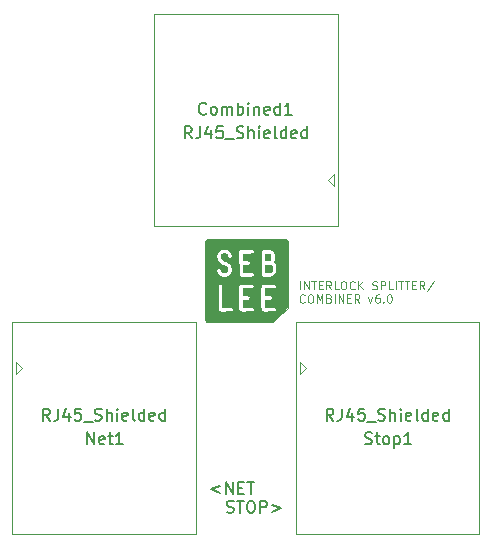
<source format=gbr>
G04 #@! TF.GenerationSoftware,KiCad,Pcbnew,(6.0.4-0)*
G04 #@! TF.CreationDate,2022-05-30T10:48:12+01:00*
G04 #@! TF.ProjectId,InterlockSplitterCombiner06,496e7465-726c-46f6-936b-53706c697474,rev?*
G04 #@! TF.SameCoordinates,Original*
G04 #@! TF.FileFunction,Legend,Top*
G04 #@! TF.FilePolarity,Positive*
%FSLAX46Y46*%
G04 Gerber Fmt 4.6, Leading zero omitted, Abs format (unit mm)*
G04 Created by KiCad (PCBNEW (6.0.4-0)) date 2022-05-30 10:48:12*
%MOMM*%
%LPD*%
G01*
G04 APERTURE LIST*
%ADD10C,0.200000*%
%ADD11C,0.100000*%
%ADD12C,0.150000*%
%ADD13C,0.120000*%
%ADD14C,0.010000*%
G04 APERTURE END LIST*
D10*
X157773809Y-86480714D02*
X157011904Y-86766428D01*
X157773809Y-87052142D01*
X158250000Y-87147380D02*
X158250000Y-86147380D01*
X158821428Y-87147380D01*
X158821428Y-86147380D01*
X159297619Y-86623571D02*
X159630952Y-86623571D01*
X159773809Y-87147380D02*
X159297619Y-87147380D01*
X159297619Y-86147380D01*
X159773809Y-86147380D01*
X160059523Y-86147380D02*
X160630952Y-86147380D01*
X160345238Y-87147380D02*
X160345238Y-86147380D01*
X158345238Y-88709761D02*
X158488095Y-88757380D01*
X158726190Y-88757380D01*
X158821428Y-88709761D01*
X158869047Y-88662142D01*
X158916666Y-88566904D01*
X158916666Y-88471666D01*
X158869047Y-88376428D01*
X158821428Y-88328809D01*
X158726190Y-88281190D01*
X158535714Y-88233571D01*
X158440476Y-88185952D01*
X158392857Y-88138333D01*
X158345238Y-88043095D01*
X158345238Y-87947857D01*
X158392857Y-87852619D01*
X158440476Y-87805000D01*
X158535714Y-87757380D01*
X158773809Y-87757380D01*
X158916666Y-87805000D01*
X159202380Y-87757380D02*
X159773809Y-87757380D01*
X159488095Y-88757380D02*
X159488095Y-87757380D01*
X160297619Y-87757380D02*
X160488095Y-87757380D01*
X160583333Y-87805000D01*
X160678571Y-87900238D01*
X160726190Y-88090714D01*
X160726190Y-88424047D01*
X160678571Y-88614523D01*
X160583333Y-88709761D01*
X160488095Y-88757380D01*
X160297619Y-88757380D01*
X160202380Y-88709761D01*
X160107142Y-88614523D01*
X160059523Y-88424047D01*
X160059523Y-88090714D01*
X160107142Y-87900238D01*
X160202380Y-87805000D01*
X160297619Y-87757380D01*
X161154761Y-88757380D02*
X161154761Y-87757380D01*
X161535714Y-87757380D01*
X161630952Y-87805000D01*
X161678571Y-87852619D01*
X161726190Y-87947857D01*
X161726190Y-88090714D01*
X161678571Y-88185952D01*
X161630952Y-88233571D01*
X161535714Y-88281190D01*
X161154761Y-88281190D01*
X162154761Y-88090714D02*
X162916666Y-88376428D01*
X162154761Y-88662142D01*
D11*
X164531666Y-69853166D02*
X164531666Y-69153166D01*
X164865000Y-69853166D02*
X164865000Y-69153166D01*
X165265000Y-69853166D01*
X165265000Y-69153166D01*
X165498333Y-69153166D02*
X165898333Y-69153166D01*
X165698333Y-69853166D02*
X165698333Y-69153166D01*
X166131666Y-69486500D02*
X166365000Y-69486500D01*
X166465000Y-69853166D02*
X166131666Y-69853166D01*
X166131666Y-69153166D01*
X166465000Y-69153166D01*
X167165000Y-69853166D02*
X166931666Y-69519833D01*
X166765000Y-69853166D02*
X166765000Y-69153166D01*
X167031666Y-69153166D01*
X167098333Y-69186500D01*
X167131666Y-69219833D01*
X167165000Y-69286500D01*
X167165000Y-69386500D01*
X167131666Y-69453166D01*
X167098333Y-69486500D01*
X167031666Y-69519833D01*
X166765000Y-69519833D01*
X167798333Y-69853166D02*
X167465000Y-69853166D01*
X167465000Y-69153166D01*
X168165000Y-69153166D02*
X168298333Y-69153166D01*
X168365000Y-69186500D01*
X168431666Y-69253166D01*
X168465000Y-69386500D01*
X168465000Y-69619833D01*
X168431666Y-69753166D01*
X168365000Y-69819833D01*
X168298333Y-69853166D01*
X168165000Y-69853166D01*
X168098333Y-69819833D01*
X168031666Y-69753166D01*
X167998333Y-69619833D01*
X167998333Y-69386500D01*
X168031666Y-69253166D01*
X168098333Y-69186500D01*
X168165000Y-69153166D01*
X169165000Y-69786500D02*
X169131666Y-69819833D01*
X169031666Y-69853166D01*
X168965000Y-69853166D01*
X168865000Y-69819833D01*
X168798333Y-69753166D01*
X168765000Y-69686500D01*
X168731666Y-69553166D01*
X168731666Y-69453166D01*
X168765000Y-69319833D01*
X168798333Y-69253166D01*
X168865000Y-69186500D01*
X168965000Y-69153166D01*
X169031666Y-69153166D01*
X169131666Y-69186500D01*
X169165000Y-69219833D01*
X169465000Y-69853166D02*
X169465000Y-69153166D01*
X169865000Y-69853166D02*
X169565000Y-69453166D01*
X169865000Y-69153166D02*
X169465000Y-69553166D01*
X170665000Y-69819833D02*
X170765000Y-69853166D01*
X170931666Y-69853166D01*
X170998333Y-69819833D01*
X171031666Y-69786500D01*
X171065000Y-69719833D01*
X171065000Y-69653166D01*
X171031666Y-69586500D01*
X170998333Y-69553166D01*
X170931666Y-69519833D01*
X170798333Y-69486500D01*
X170731666Y-69453166D01*
X170698333Y-69419833D01*
X170665000Y-69353166D01*
X170665000Y-69286500D01*
X170698333Y-69219833D01*
X170731666Y-69186500D01*
X170798333Y-69153166D01*
X170965000Y-69153166D01*
X171065000Y-69186500D01*
X171365000Y-69853166D02*
X171365000Y-69153166D01*
X171631666Y-69153166D01*
X171698333Y-69186500D01*
X171731666Y-69219833D01*
X171765000Y-69286500D01*
X171765000Y-69386500D01*
X171731666Y-69453166D01*
X171698333Y-69486500D01*
X171631666Y-69519833D01*
X171365000Y-69519833D01*
X172398333Y-69853166D02*
X172065000Y-69853166D01*
X172065000Y-69153166D01*
X172631666Y-69853166D02*
X172631666Y-69153166D01*
X172865000Y-69153166D02*
X173265000Y-69153166D01*
X173065000Y-69853166D02*
X173065000Y-69153166D01*
X173398333Y-69153166D02*
X173798333Y-69153166D01*
X173598333Y-69853166D02*
X173598333Y-69153166D01*
X174031666Y-69486500D02*
X174265000Y-69486500D01*
X174365000Y-69853166D02*
X174031666Y-69853166D01*
X174031666Y-69153166D01*
X174365000Y-69153166D01*
X175065000Y-69853166D02*
X174831666Y-69519833D01*
X174665000Y-69853166D02*
X174665000Y-69153166D01*
X174931666Y-69153166D01*
X174998333Y-69186500D01*
X175031666Y-69219833D01*
X175065000Y-69286500D01*
X175065000Y-69386500D01*
X175031666Y-69453166D01*
X174998333Y-69486500D01*
X174931666Y-69519833D01*
X174665000Y-69519833D01*
X175865000Y-69119833D02*
X175265000Y-70019833D01*
X164931666Y-70913500D02*
X164898333Y-70946833D01*
X164798333Y-70980166D01*
X164731666Y-70980166D01*
X164631666Y-70946833D01*
X164565000Y-70880166D01*
X164531666Y-70813500D01*
X164498333Y-70680166D01*
X164498333Y-70580166D01*
X164531666Y-70446833D01*
X164565000Y-70380166D01*
X164631666Y-70313500D01*
X164731666Y-70280166D01*
X164798333Y-70280166D01*
X164898333Y-70313500D01*
X164931666Y-70346833D01*
X165365000Y-70280166D02*
X165498333Y-70280166D01*
X165565000Y-70313500D01*
X165631666Y-70380166D01*
X165665000Y-70513500D01*
X165665000Y-70746833D01*
X165631666Y-70880166D01*
X165565000Y-70946833D01*
X165498333Y-70980166D01*
X165365000Y-70980166D01*
X165298333Y-70946833D01*
X165231666Y-70880166D01*
X165198333Y-70746833D01*
X165198333Y-70513500D01*
X165231666Y-70380166D01*
X165298333Y-70313500D01*
X165365000Y-70280166D01*
X165965000Y-70980166D02*
X165965000Y-70280166D01*
X166198333Y-70780166D01*
X166431666Y-70280166D01*
X166431666Y-70980166D01*
X166998333Y-70613500D02*
X167098333Y-70646833D01*
X167131666Y-70680166D01*
X167165000Y-70746833D01*
X167165000Y-70846833D01*
X167131666Y-70913500D01*
X167098333Y-70946833D01*
X167031666Y-70980166D01*
X166765000Y-70980166D01*
X166765000Y-70280166D01*
X166998333Y-70280166D01*
X167065000Y-70313500D01*
X167098333Y-70346833D01*
X167131666Y-70413500D01*
X167131666Y-70480166D01*
X167098333Y-70546833D01*
X167065000Y-70580166D01*
X166998333Y-70613500D01*
X166765000Y-70613500D01*
X167465000Y-70980166D02*
X167465000Y-70280166D01*
X167798333Y-70980166D02*
X167798333Y-70280166D01*
X168198333Y-70980166D01*
X168198333Y-70280166D01*
X168531666Y-70613500D02*
X168765000Y-70613500D01*
X168865000Y-70980166D02*
X168531666Y-70980166D01*
X168531666Y-70280166D01*
X168865000Y-70280166D01*
X169565000Y-70980166D02*
X169331666Y-70646833D01*
X169165000Y-70980166D02*
X169165000Y-70280166D01*
X169431666Y-70280166D01*
X169498333Y-70313500D01*
X169531666Y-70346833D01*
X169565000Y-70413500D01*
X169565000Y-70513500D01*
X169531666Y-70580166D01*
X169498333Y-70613500D01*
X169431666Y-70646833D01*
X169165000Y-70646833D01*
X170331666Y-70513500D02*
X170498333Y-70980166D01*
X170665000Y-70513500D01*
X171231666Y-70280166D02*
X171098333Y-70280166D01*
X171031666Y-70313500D01*
X170998333Y-70346833D01*
X170931666Y-70446833D01*
X170898333Y-70580166D01*
X170898333Y-70846833D01*
X170931666Y-70913500D01*
X170965000Y-70946833D01*
X171031666Y-70980166D01*
X171165000Y-70980166D01*
X171231666Y-70946833D01*
X171265000Y-70913500D01*
X171298333Y-70846833D01*
X171298333Y-70680166D01*
X171265000Y-70613500D01*
X171231666Y-70580166D01*
X171165000Y-70546833D01*
X171031666Y-70546833D01*
X170965000Y-70580166D01*
X170931666Y-70613500D01*
X170898333Y-70680166D01*
X171598333Y-70913500D02*
X171631666Y-70946833D01*
X171598333Y-70980166D01*
X171565000Y-70946833D01*
X171598333Y-70913500D01*
X171598333Y-70980166D01*
X172065000Y-70280166D02*
X172131666Y-70280166D01*
X172198333Y-70313500D01*
X172231666Y-70346833D01*
X172265000Y-70413500D01*
X172298333Y-70546833D01*
X172298333Y-70713500D01*
X172265000Y-70846833D01*
X172231666Y-70913500D01*
X172198333Y-70946833D01*
X172131666Y-70980166D01*
X172065000Y-70980166D01*
X171998333Y-70946833D01*
X171965000Y-70913500D01*
X171931666Y-70846833D01*
X171898333Y-70713500D01*
X171898333Y-70546833D01*
X171931666Y-70413500D01*
X171965000Y-70346833D01*
X171998333Y-70313500D01*
X172065000Y-70280166D01*
D12*
X156590476Y-54957142D02*
X156542857Y-55004761D01*
X156400000Y-55052380D01*
X156304761Y-55052380D01*
X156161904Y-55004761D01*
X156066666Y-54909523D01*
X156019047Y-54814285D01*
X155971428Y-54623809D01*
X155971428Y-54480952D01*
X156019047Y-54290476D01*
X156066666Y-54195238D01*
X156161904Y-54100000D01*
X156304761Y-54052380D01*
X156400000Y-54052380D01*
X156542857Y-54100000D01*
X156590476Y-54147619D01*
X157161904Y-55052380D02*
X157066666Y-55004761D01*
X157019047Y-54957142D01*
X156971428Y-54861904D01*
X156971428Y-54576190D01*
X157019047Y-54480952D01*
X157066666Y-54433333D01*
X157161904Y-54385714D01*
X157304761Y-54385714D01*
X157400000Y-54433333D01*
X157447619Y-54480952D01*
X157495238Y-54576190D01*
X157495238Y-54861904D01*
X157447619Y-54957142D01*
X157400000Y-55004761D01*
X157304761Y-55052380D01*
X157161904Y-55052380D01*
X157923809Y-55052380D02*
X157923809Y-54385714D01*
X157923809Y-54480952D02*
X157971428Y-54433333D01*
X158066666Y-54385714D01*
X158209523Y-54385714D01*
X158304761Y-54433333D01*
X158352380Y-54528571D01*
X158352380Y-55052380D01*
X158352380Y-54528571D02*
X158400000Y-54433333D01*
X158495238Y-54385714D01*
X158638095Y-54385714D01*
X158733333Y-54433333D01*
X158780952Y-54528571D01*
X158780952Y-55052380D01*
X159257142Y-55052380D02*
X159257142Y-54052380D01*
X159257142Y-54433333D02*
X159352380Y-54385714D01*
X159542857Y-54385714D01*
X159638095Y-54433333D01*
X159685714Y-54480952D01*
X159733333Y-54576190D01*
X159733333Y-54861904D01*
X159685714Y-54957142D01*
X159638095Y-55004761D01*
X159542857Y-55052380D01*
X159352380Y-55052380D01*
X159257142Y-55004761D01*
X160161904Y-55052380D02*
X160161904Y-54385714D01*
X160161904Y-54052380D02*
X160114285Y-54100000D01*
X160161904Y-54147619D01*
X160209523Y-54100000D01*
X160161904Y-54052380D01*
X160161904Y-54147619D01*
X160638095Y-54385714D02*
X160638095Y-55052380D01*
X160638095Y-54480952D02*
X160685714Y-54433333D01*
X160780952Y-54385714D01*
X160923809Y-54385714D01*
X161019047Y-54433333D01*
X161066666Y-54528571D01*
X161066666Y-55052380D01*
X161923809Y-55004761D02*
X161828571Y-55052380D01*
X161638095Y-55052380D01*
X161542857Y-55004761D01*
X161495238Y-54909523D01*
X161495238Y-54528571D01*
X161542857Y-54433333D01*
X161638095Y-54385714D01*
X161828571Y-54385714D01*
X161923809Y-54433333D01*
X161971428Y-54528571D01*
X161971428Y-54623809D01*
X161495238Y-54719047D01*
X162828571Y-55052380D02*
X162828571Y-54052380D01*
X162828571Y-55004761D02*
X162733333Y-55052380D01*
X162542857Y-55052380D01*
X162447619Y-55004761D01*
X162400000Y-54957142D01*
X162352380Y-54861904D01*
X162352380Y-54576190D01*
X162400000Y-54480952D01*
X162447619Y-54433333D01*
X162542857Y-54385714D01*
X162733333Y-54385714D01*
X162828571Y-54433333D01*
X163828571Y-55052380D02*
X163257142Y-55052380D01*
X163542857Y-55052380D02*
X163542857Y-54052380D01*
X163447619Y-54195238D01*
X163352380Y-54290476D01*
X163257142Y-54338095D01*
X155359761Y-57052380D02*
X155026428Y-56576190D01*
X154788333Y-57052380D02*
X154788333Y-56052380D01*
X155169285Y-56052380D01*
X155264523Y-56100000D01*
X155312142Y-56147619D01*
X155359761Y-56242857D01*
X155359761Y-56385714D01*
X155312142Y-56480952D01*
X155264523Y-56528571D01*
X155169285Y-56576190D01*
X154788333Y-56576190D01*
X156074047Y-56052380D02*
X156074047Y-56766666D01*
X156026428Y-56909523D01*
X155931190Y-57004761D01*
X155788333Y-57052380D01*
X155693095Y-57052380D01*
X156978809Y-56385714D02*
X156978809Y-57052380D01*
X156740714Y-56004761D02*
X156502619Y-56719047D01*
X157121666Y-56719047D01*
X157978809Y-56052380D02*
X157502619Y-56052380D01*
X157455000Y-56528571D01*
X157502619Y-56480952D01*
X157597857Y-56433333D01*
X157835952Y-56433333D01*
X157931190Y-56480952D01*
X157978809Y-56528571D01*
X158026428Y-56623809D01*
X158026428Y-56861904D01*
X157978809Y-56957142D01*
X157931190Y-57004761D01*
X157835952Y-57052380D01*
X157597857Y-57052380D01*
X157502619Y-57004761D01*
X157455000Y-56957142D01*
X158216904Y-57147619D02*
X158978809Y-57147619D01*
X159169285Y-57004761D02*
X159312142Y-57052380D01*
X159550238Y-57052380D01*
X159645476Y-57004761D01*
X159693095Y-56957142D01*
X159740714Y-56861904D01*
X159740714Y-56766666D01*
X159693095Y-56671428D01*
X159645476Y-56623809D01*
X159550238Y-56576190D01*
X159359761Y-56528571D01*
X159264523Y-56480952D01*
X159216904Y-56433333D01*
X159169285Y-56338095D01*
X159169285Y-56242857D01*
X159216904Y-56147619D01*
X159264523Y-56100000D01*
X159359761Y-56052380D01*
X159597857Y-56052380D01*
X159740714Y-56100000D01*
X160169285Y-57052380D02*
X160169285Y-56052380D01*
X160597857Y-57052380D02*
X160597857Y-56528571D01*
X160550238Y-56433333D01*
X160455000Y-56385714D01*
X160312142Y-56385714D01*
X160216904Y-56433333D01*
X160169285Y-56480952D01*
X161074047Y-57052380D02*
X161074047Y-56385714D01*
X161074047Y-56052380D02*
X161026428Y-56100000D01*
X161074047Y-56147619D01*
X161121666Y-56100000D01*
X161074047Y-56052380D01*
X161074047Y-56147619D01*
X161931190Y-57004761D02*
X161835952Y-57052380D01*
X161645476Y-57052380D01*
X161550238Y-57004761D01*
X161502619Y-56909523D01*
X161502619Y-56528571D01*
X161550238Y-56433333D01*
X161645476Y-56385714D01*
X161835952Y-56385714D01*
X161931190Y-56433333D01*
X161978809Y-56528571D01*
X161978809Y-56623809D01*
X161502619Y-56719047D01*
X162550238Y-57052380D02*
X162455000Y-57004761D01*
X162407380Y-56909523D01*
X162407380Y-56052380D01*
X163359761Y-57052380D02*
X163359761Y-56052380D01*
X163359761Y-57004761D02*
X163264523Y-57052380D01*
X163074047Y-57052380D01*
X162978809Y-57004761D01*
X162931190Y-56957142D01*
X162883571Y-56861904D01*
X162883571Y-56576190D01*
X162931190Y-56480952D01*
X162978809Y-56433333D01*
X163074047Y-56385714D01*
X163264523Y-56385714D01*
X163359761Y-56433333D01*
X164216904Y-57004761D02*
X164121666Y-57052380D01*
X163931190Y-57052380D01*
X163835952Y-57004761D01*
X163788333Y-56909523D01*
X163788333Y-56528571D01*
X163835952Y-56433333D01*
X163931190Y-56385714D01*
X164121666Y-56385714D01*
X164216904Y-56433333D01*
X164264523Y-56528571D01*
X164264523Y-56623809D01*
X163788333Y-56719047D01*
X165121666Y-57052380D02*
X165121666Y-56052380D01*
X165121666Y-57004761D02*
X165026428Y-57052380D01*
X164835952Y-57052380D01*
X164740714Y-57004761D01*
X164693095Y-56957142D01*
X164645476Y-56861904D01*
X164645476Y-56576190D01*
X164693095Y-56480952D01*
X164740714Y-56433333D01*
X164835952Y-56385714D01*
X165026428Y-56385714D01*
X165121666Y-56433333D01*
X146523809Y-82952380D02*
X146523809Y-81952380D01*
X147095238Y-82952380D01*
X147095238Y-81952380D01*
X147952380Y-82904761D02*
X147857142Y-82952380D01*
X147666666Y-82952380D01*
X147571428Y-82904761D01*
X147523809Y-82809523D01*
X147523809Y-82428571D01*
X147571428Y-82333333D01*
X147666666Y-82285714D01*
X147857142Y-82285714D01*
X147952380Y-82333333D01*
X148000000Y-82428571D01*
X148000000Y-82523809D01*
X147523809Y-82619047D01*
X148285714Y-82285714D02*
X148666666Y-82285714D01*
X148428571Y-81952380D02*
X148428571Y-82809523D01*
X148476190Y-82904761D01*
X148571428Y-82952380D01*
X148666666Y-82952380D01*
X149523809Y-82952380D02*
X148952380Y-82952380D01*
X149238095Y-82952380D02*
X149238095Y-81952380D01*
X149142857Y-82095238D01*
X149047619Y-82190476D01*
X148952380Y-82238095D01*
X143349761Y-80952380D02*
X143016428Y-80476190D01*
X142778333Y-80952380D02*
X142778333Y-79952380D01*
X143159285Y-79952380D01*
X143254523Y-80000000D01*
X143302142Y-80047619D01*
X143349761Y-80142857D01*
X143349761Y-80285714D01*
X143302142Y-80380952D01*
X143254523Y-80428571D01*
X143159285Y-80476190D01*
X142778333Y-80476190D01*
X144064047Y-79952380D02*
X144064047Y-80666666D01*
X144016428Y-80809523D01*
X143921190Y-80904761D01*
X143778333Y-80952380D01*
X143683095Y-80952380D01*
X144968809Y-80285714D02*
X144968809Y-80952380D01*
X144730714Y-79904761D02*
X144492619Y-80619047D01*
X145111666Y-80619047D01*
X145968809Y-79952380D02*
X145492619Y-79952380D01*
X145445000Y-80428571D01*
X145492619Y-80380952D01*
X145587857Y-80333333D01*
X145825952Y-80333333D01*
X145921190Y-80380952D01*
X145968809Y-80428571D01*
X146016428Y-80523809D01*
X146016428Y-80761904D01*
X145968809Y-80857142D01*
X145921190Y-80904761D01*
X145825952Y-80952380D01*
X145587857Y-80952380D01*
X145492619Y-80904761D01*
X145445000Y-80857142D01*
X146206904Y-81047619D02*
X146968809Y-81047619D01*
X147159285Y-80904761D02*
X147302142Y-80952380D01*
X147540238Y-80952380D01*
X147635476Y-80904761D01*
X147683095Y-80857142D01*
X147730714Y-80761904D01*
X147730714Y-80666666D01*
X147683095Y-80571428D01*
X147635476Y-80523809D01*
X147540238Y-80476190D01*
X147349761Y-80428571D01*
X147254523Y-80380952D01*
X147206904Y-80333333D01*
X147159285Y-80238095D01*
X147159285Y-80142857D01*
X147206904Y-80047619D01*
X147254523Y-80000000D01*
X147349761Y-79952380D01*
X147587857Y-79952380D01*
X147730714Y-80000000D01*
X148159285Y-80952380D02*
X148159285Y-79952380D01*
X148587857Y-80952380D02*
X148587857Y-80428571D01*
X148540238Y-80333333D01*
X148445000Y-80285714D01*
X148302142Y-80285714D01*
X148206904Y-80333333D01*
X148159285Y-80380952D01*
X149064047Y-80952380D02*
X149064047Y-80285714D01*
X149064047Y-79952380D02*
X149016428Y-80000000D01*
X149064047Y-80047619D01*
X149111666Y-80000000D01*
X149064047Y-79952380D01*
X149064047Y-80047619D01*
X149921190Y-80904761D02*
X149825952Y-80952380D01*
X149635476Y-80952380D01*
X149540238Y-80904761D01*
X149492619Y-80809523D01*
X149492619Y-80428571D01*
X149540238Y-80333333D01*
X149635476Y-80285714D01*
X149825952Y-80285714D01*
X149921190Y-80333333D01*
X149968809Y-80428571D01*
X149968809Y-80523809D01*
X149492619Y-80619047D01*
X150540238Y-80952380D02*
X150445000Y-80904761D01*
X150397380Y-80809523D01*
X150397380Y-79952380D01*
X151349761Y-80952380D02*
X151349761Y-79952380D01*
X151349761Y-80904761D02*
X151254523Y-80952380D01*
X151064047Y-80952380D01*
X150968809Y-80904761D01*
X150921190Y-80857142D01*
X150873571Y-80761904D01*
X150873571Y-80476190D01*
X150921190Y-80380952D01*
X150968809Y-80333333D01*
X151064047Y-80285714D01*
X151254523Y-80285714D01*
X151349761Y-80333333D01*
X152206904Y-80904761D02*
X152111666Y-80952380D01*
X151921190Y-80952380D01*
X151825952Y-80904761D01*
X151778333Y-80809523D01*
X151778333Y-80428571D01*
X151825952Y-80333333D01*
X151921190Y-80285714D01*
X152111666Y-80285714D01*
X152206904Y-80333333D01*
X152254523Y-80428571D01*
X152254523Y-80523809D01*
X151778333Y-80619047D01*
X153111666Y-80952380D02*
X153111666Y-79952380D01*
X153111666Y-80904761D02*
X153016428Y-80952380D01*
X152825952Y-80952380D01*
X152730714Y-80904761D01*
X152683095Y-80857142D01*
X152635476Y-80761904D01*
X152635476Y-80476190D01*
X152683095Y-80380952D01*
X152730714Y-80333333D01*
X152825952Y-80285714D01*
X153016428Y-80285714D01*
X153111666Y-80333333D01*
X170047619Y-82904761D02*
X170190476Y-82952380D01*
X170428571Y-82952380D01*
X170523809Y-82904761D01*
X170571428Y-82857142D01*
X170619047Y-82761904D01*
X170619047Y-82666666D01*
X170571428Y-82571428D01*
X170523809Y-82523809D01*
X170428571Y-82476190D01*
X170238095Y-82428571D01*
X170142857Y-82380952D01*
X170095238Y-82333333D01*
X170047619Y-82238095D01*
X170047619Y-82142857D01*
X170095238Y-82047619D01*
X170142857Y-82000000D01*
X170238095Y-81952380D01*
X170476190Y-81952380D01*
X170619047Y-82000000D01*
X170904761Y-82285714D02*
X171285714Y-82285714D01*
X171047619Y-81952380D02*
X171047619Y-82809523D01*
X171095238Y-82904761D01*
X171190476Y-82952380D01*
X171285714Y-82952380D01*
X171761904Y-82952380D02*
X171666666Y-82904761D01*
X171619047Y-82857142D01*
X171571428Y-82761904D01*
X171571428Y-82476190D01*
X171619047Y-82380952D01*
X171666666Y-82333333D01*
X171761904Y-82285714D01*
X171904761Y-82285714D01*
X172000000Y-82333333D01*
X172047619Y-82380952D01*
X172095238Y-82476190D01*
X172095238Y-82761904D01*
X172047619Y-82857142D01*
X172000000Y-82904761D01*
X171904761Y-82952380D01*
X171761904Y-82952380D01*
X172523809Y-82285714D02*
X172523809Y-83285714D01*
X172523809Y-82333333D02*
X172619047Y-82285714D01*
X172809523Y-82285714D01*
X172904761Y-82333333D01*
X172952380Y-82380952D01*
X173000000Y-82476190D01*
X173000000Y-82761904D01*
X172952380Y-82857142D01*
X172904761Y-82904761D01*
X172809523Y-82952380D01*
X172619047Y-82952380D01*
X172523809Y-82904761D01*
X173952380Y-82952380D02*
X173380952Y-82952380D01*
X173666666Y-82952380D02*
X173666666Y-81952380D01*
X173571428Y-82095238D01*
X173476190Y-82190476D01*
X173380952Y-82238095D01*
X167349761Y-80952380D02*
X167016428Y-80476190D01*
X166778333Y-80952380D02*
X166778333Y-79952380D01*
X167159285Y-79952380D01*
X167254523Y-80000000D01*
X167302142Y-80047619D01*
X167349761Y-80142857D01*
X167349761Y-80285714D01*
X167302142Y-80380952D01*
X167254523Y-80428571D01*
X167159285Y-80476190D01*
X166778333Y-80476190D01*
X168064047Y-79952380D02*
X168064047Y-80666666D01*
X168016428Y-80809523D01*
X167921190Y-80904761D01*
X167778333Y-80952380D01*
X167683095Y-80952380D01*
X168968809Y-80285714D02*
X168968809Y-80952380D01*
X168730714Y-79904761D02*
X168492619Y-80619047D01*
X169111666Y-80619047D01*
X169968809Y-79952380D02*
X169492619Y-79952380D01*
X169445000Y-80428571D01*
X169492619Y-80380952D01*
X169587857Y-80333333D01*
X169825952Y-80333333D01*
X169921190Y-80380952D01*
X169968809Y-80428571D01*
X170016428Y-80523809D01*
X170016428Y-80761904D01*
X169968809Y-80857142D01*
X169921190Y-80904761D01*
X169825952Y-80952380D01*
X169587857Y-80952380D01*
X169492619Y-80904761D01*
X169445000Y-80857142D01*
X170206904Y-81047619D02*
X170968809Y-81047619D01*
X171159285Y-80904761D02*
X171302142Y-80952380D01*
X171540238Y-80952380D01*
X171635476Y-80904761D01*
X171683095Y-80857142D01*
X171730714Y-80761904D01*
X171730714Y-80666666D01*
X171683095Y-80571428D01*
X171635476Y-80523809D01*
X171540238Y-80476190D01*
X171349761Y-80428571D01*
X171254523Y-80380952D01*
X171206904Y-80333333D01*
X171159285Y-80238095D01*
X171159285Y-80142857D01*
X171206904Y-80047619D01*
X171254523Y-80000000D01*
X171349761Y-79952380D01*
X171587857Y-79952380D01*
X171730714Y-80000000D01*
X172159285Y-80952380D02*
X172159285Y-79952380D01*
X172587857Y-80952380D02*
X172587857Y-80428571D01*
X172540238Y-80333333D01*
X172445000Y-80285714D01*
X172302142Y-80285714D01*
X172206904Y-80333333D01*
X172159285Y-80380952D01*
X173064047Y-80952380D02*
X173064047Y-80285714D01*
X173064047Y-79952380D02*
X173016428Y-80000000D01*
X173064047Y-80047619D01*
X173111666Y-80000000D01*
X173064047Y-79952380D01*
X173064047Y-80047619D01*
X173921190Y-80904761D02*
X173825952Y-80952380D01*
X173635476Y-80952380D01*
X173540238Y-80904761D01*
X173492619Y-80809523D01*
X173492619Y-80428571D01*
X173540238Y-80333333D01*
X173635476Y-80285714D01*
X173825952Y-80285714D01*
X173921190Y-80333333D01*
X173968809Y-80428571D01*
X173968809Y-80523809D01*
X173492619Y-80619047D01*
X174540238Y-80952380D02*
X174445000Y-80904761D01*
X174397380Y-80809523D01*
X174397380Y-79952380D01*
X175349761Y-80952380D02*
X175349761Y-79952380D01*
X175349761Y-80904761D02*
X175254523Y-80952380D01*
X175064047Y-80952380D01*
X174968809Y-80904761D01*
X174921190Y-80857142D01*
X174873571Y-80761904D01*
X174873571Y-80476190D01*
X174921190Y-80380952D01*
X174968809Y-80333333D01*
X175064047Y-80285714D01*
X175254523Y-80285714D01*
X175349761Y-80333333D01*
X176206904Y-80904761D02*
X176111666Y-80952380D01*
X175921190Y-80952380D01*
X175825952Y-80904761D01*
X175778333Y-80809523D01*
X175778333Y-80428571D01*
X175825952Y-80333333D01*
X175921190Y-80285714D01*
X176111666Y-80285714D01*
X176206904Y-80333333D01*
X176254523Y-80428571D01*
X176254523Y-80523809D01*
X175778333Y-80619047D01*
X177111666Y-80952380D02*
X177111666Y-79952380D01*
X177111666Y-80904761D02*
X177016428Y-80952380D01*
X176825952Y-80952380D01*
X176730714Y-80904761D01*
X176683095Y-80857142D01*
X176635476Y-80761904D01*
X176635476Y-80476190D01*
X176683095Y-80380952D01*
X176730714Y-80333333D01*
X176825952Y-80285714D01*
X177016428Y-80285714D01*
X177111666Y-80333333D01*
D13*
X152195000Y-64480000D02*
X167715000Y-64480000D01*
X166900000Y-60600000D02*
X167400000Y-61100000D01*
X167715000Y-64480000D02*
X167715000Y-46520000D01*
X152195000Y-64480000D02*
X152195000Y-46520000D01*
X167400000Y-61100000D02*
X167400000Y-60100000D01*
X167400000Y-60100000D02*
X166900000Y-60600000D01*
X167715000Y-46520000D02*
X152195000Y-46520000D01*
X140500000Y-77000000D02*
X141000000Y-76500000D01*
X140185000Y-72620000D02*
X140185000Y-90580000D01*
X155705000Y-72620000D02*
X155705000Y-90580000D01*
X155705000Y-72620000D02*
X140185000Y-72620000D01*
X140500000Y-76000000D02*
X140500000Y-77000000D01*
X141000000Y-76500000D02*
X140500000Y-76000000D01*
X140185000Y-90580000D02*
X155705000Y-90580000D01*
X164185000Y-90580000D02*
X179705000Y-90580000D01*
X164500000Y-77000000D02*
X165000000Y-76500000D01*
X164500000Y-76000000D02*
X164500000Y-77000000D01*
X179705000Y-72620000D02*
X179705000Y-90580000D01*
X179705000Y-72620000D02*
X164185000Y-72620000D01*
X165000000Y-76500000D02*
X164500000Y-76000000D01*
X164185000Y-72620000D02*
X164185000Y-90580000D01*
G36*
X161774472Y-67760241D02*
G01*
X161884595Y-67761940D01*
X161969817Y-67767985D01*
X162033420Y-67781214D01*
X162078686Y-67804468D01*
X162108897Y-67840587D01*
X162127334Y-67892411D01*
X162137278Y-67962780D01*
X162142012Y-68054534D01*
X162142708Y-68078913D01*
X162143915Y-68167282D01*
X162141064Y-68232506D01*
X162132458Y-68279561D01*
X162116400Y-68313426D01*
X162091195Y-68339078D01*
X162055146Y-68361495D01*
X162044518Y-68367035D01*
X162019509Y-68377940D01*
X161990794Y-68385564D01*
X161952983Y-68390465D01*
X161900690Y-68393198D01*
X161828527Y-68394316D01*
X161778562Y-68394445D01*
X161566333Y-68394445D01*
X161566333Y-67759445D01*
X161774472Y-67760241D01*
G37*
D14*
X161774472Y-67760241D02*
X161884595Y-67761940D01*
X161969817Y-67767985D01*
X162033420Y-67781214D01*
X162078686Y-67804468D01*
X162108897Y-67840587D01*
X162127334Y-67892411D01*
X162137278Y-67962780D01*
X162142012Y-68054534D01*
X162142708Y-68078913D01*
X162143915Y-68167282D01*
X162141064Y-68232506D01*
X162132458Y-68279561D01*
X162116400Y-68313426D01*
X162091195Y-68339078D01*
X162055146Y-68361495D01*
X162044518Y-68367035D01*
X162019509Y-68377940D01*
X161990794Y-68385564D01*
X161952983Y-68390465D01*
X161900690Y-68393198D01*
X161828527Y-68394316D01*
X161778562Y-68394445D01*
X161566333Y-68394445D01*
X161566333Y-67759445D01*
X161774472Y-67760241D01*
G36*
X156500651Y-70262027D02*
G01*
X156500543Y-69964474D01*
X156500478Y-69641355D01*
X156500448Y-69291614D01*
X156500445Y-69100000D01*
X156500458Y-68736082D01*
X156500504Y-68399330D01*
X156500589Y-68088691D01*
X156500720Y-67803107D01*
X156500904Y-67541525D01*
X156501147Y-67302889D01*
X156501457Y-67086144D01*
X156501585Y-67020361D01*
X157448443Y-67020361D01*
X157453485Y-67143694D01*
X157478472Y-67264318D01*
X157523068Y-67375027D01*
X157526818Y-67382039D01*
X157554589Y-67423287D01*
X157596571Y-67474287D01*
X157645501Y-67526479D01*
X157667185Y-67547453D01*
X157713824Y-67588769D01*
X157761265Y-67625193D01*
X157815524Y-67660600D01*
X157882620Y-67698868D01*
X157968571Y-67743874D01*
X157985195Y-67752325D01*
X158091818Y-67807441D01*
X158175764Y-67853683D01*
X158240270Y-67893356D01*
X158288573Y-67928763D01*
X158323910Y-67962206D01*
X158349519Y-67995991D01*
X158363660Y-68021634D01*
X158382320Y-68068807D01*
X158389879Y-68116394D01*
X158388844Y-68174732D01*
X158373426Y-68259112D01*
X158338708Y-68324050D01*
X158283983Y-68370061D01*
X158208546Y-68397660D01*
X158111690Y-68407363D01*
X158071295Y-68406567D01*
X158007479Y-68401751D01*
X157962963Y-68392885D01*
X157928887Y-68377820D01*
X157914764Y-68368562D01*
X157864029Y-68316636D01*
X157826474Y-68245832D01*
X157808264Y-68177048D01*
X157785994Y-68112933D01*
X157745183Y-68064966D01*
X157691548Y-68034875D01*
X157630807Y-68024386D01*
X157568679Y-68035227D01*
X157510881Y-68069125D01*
X157496391Y-68082839D01*
X157461979Y-68135755D01*
X157448532Y-68202146D01*
X157455844Y-68284260D01*
X157472289Y-68349302D01*
X157519635Y-68461471D01*
X157588153Y-68562291D01*
X157673726Y-68647749D01*
X157772240Y-68713833D01*
X157879578Y-68756530D01*
X157893698Y-68760091D01*
X157952909Y-68768888D01*
X158030283Y-68773279D01*
X158116129Y-68773411D01*
X158200757Y-68769432D01*
X158274477Y-68761490D01*
X158314285Y-68753681D01*
X158434208Y-68708566D01*
X158539721Y-68639731D01*
X158628989Y-68548722D01*
X158700175Y-68437085D01*
X158707276Y-68422667D01*
X158725663Y-68382757D01*
X158738021Y-68349277D01*
X158745525Y-68314980D01*
X158749347Y-68272619D01*
X158750663Y-68214949D01*
X158750704Y-68154556D01*
X158749670Y-68074098D01*
X158746480Y-68014724D01*
X158740269Y-67969325D01*
X158730171Y-67930792D01*
X158720149Y-67903660D01*
X158666695Y-67801581D01*
X158591282Y-67707337D01*
X158492322Y-67619494D01*
X158368226Y-67536614D01*
X158236111Y-67466231D01*
X158116417Y-67405753D01*
X158021031Y-67351537D01*
X157947358Y-67301315D01*
X157892804Y-67252818D01*
X157854775Y-67203779D01*
X157830676Y-67151930D01*
X157818819Y-67101433D01*
X157816007Y-67016120D01*
X157836343Y-66944029D01*
X157873226Y-66889208D01*
X157923674Y-66842809D01*
X157980884Y-66814602D01*
X158052443Y-66801618D01*
X158101317Y-66799889D01*
X158196798Y-66807754D01*
X158270515Y-66832288D01*
X158324449Y-66874900D01*
X158360576Y-66936999D01*
X158377004Y-66996296D01*
X158400693Y-67081040D01*
X158435852Y-67141067D01*
X158484206Y-67178146D01*
X158547477Y-67194044D01*
X158570549Y-67194948D01*
X158639389Y-67182128D01*
X158694668Y-67145269D01*
X158733262Y-67086552D01*
X158736231Y-67079179D01*
X158748196Y-67043671D01*
X158752718Y-67012706D01*
X158749973Y-66975940D01*
X158740136Y-66923031D01*
X158738978Y-66917455D01*
X158699434Y-66788248D01*
X158639020Y-66676958D01*
X158558899Y-66584853D01*
X158550942Y-66579074D01*
X159322135Y-66579074D01*
X159325929Y-67612731D01*
X159326660Y-67808206D01*
X159327360Y-67977436D01*
X159328088Y-68122401D01*
X159328906Y-68245078D01*
X159329874Y-68347446D01*
X159331053Y-68431482D01*
X159332505Y-68499165D01*
X159334289Y-68552474D01*
X159336467Y-68593385D01*
X159339100Y-68623878D01*
X159342248Y-68645931D01*
X159345972Y-68661521D01*
X159350334Y-68672627D01*
X159355394Y-68681227D01*
X159358948Y-68686222D01*
X159376160Y-68708702D01*
X159393517Y-68727047D01*
X159413933Y-68741675D01*
X159440324Y-68753006D01*
X159475604Y-68761456D01*
X159522688Y-68767443D01*
X159584492Y-68771387D01*
X159663931Y-68773704D01*
X159763918Y-68774812D01*
X159887371Y-68775130D01*
X159978833Y-68775113D01*
X160111200Y-68774938D01*
X160218441Y-68774481D01*
X160303654Y-68773592D01*
X160369935Y-68772118D01*
X160420381Y-68769907D01*
X160458090Y-68766808D01*
X160486157Y-68762670D01*
X160507680Y-68757339D01*
X160525756Y-68750666D01*
X160531759Y-68748022D01*
X160586916Y-68709523D01*
X160621631Y-68657329D01*
X160635659Y-68597464D01*
X160628750Y-68535946D01*
X160600659Y-68478799D01*
X160551138Y-68432043D01*
X160544893Y-68428107D01*
X160529886Y-68420294D01*
X160511341Y-68414088D01*
X160485890Y-68409259D01*
X160450162Y-68405573D01*
X160400790Y-68402800D01*
X160334405Y-68400707D01*
X160247637Y-68399063D01*
X160137118Y-68397636D01*
X160095250Y-68397178D01*
X159689556Y-68392855D01*
X159689556Y-67759445D01*
X159925917Y-67759392D01*
X160014599Y-67759067D01*
X160079903Y-67757811D01*
X160126671Y-67755138D01*
X160159744Y-67750558D01*
X160183962Y-67743584D01*
X160204168Y-67733727D01*
X160208988Y-67730861D01*
X160257493Y-67686276D01*
X160284792Y-67628670D01*
X160289784Y-67564825D01*
X160271372Y-67501524D01*
X160251260Y-67469889D01*
X160226143Y-67442651D01*
X160196771Y-67422505D01*
X160158680Y-67408442D01*
X160107405Y-67399454D01*
X160038482Y-67394533D01*
X159947446Y-67392671D01*
X159908731Y-67392556D01*
X159689556Y-67392556D01*
X159689556Y-66814000D01*
X160067028Y-66813922D01*
X160174130Y-66813363D01*
X160272617Y-66811824D01*
X160358404Y-66809443D01*
X160427406Y-66806356D01*
X160475537Y-66802703D01*
X160496256Y-66799468D01*
X160553996Y-66771093D01*
X160600250Y-66725150D01*
X160628826Y-66669230D01*
X160635000Y-66629364D01*
X160626755Y-66579074D01*
X161198913Y-66579074D01*
X161202707Y-67612731D01*
X161203438Y-67808206D01*
X161204138Y-67977436D01*
X161204866Y-68122401D01*
X161205683Y-68245078D01*
X161206652Y-68347446D01*
X161207831Y-68431482D01*
X161209282Y-68499165D01*
X161211067Y-68552474D01*
X161213245Y-68593385D01*
X161215878Y-68623878D01*
X161219026Y-68645931D01*
X161222750Y-68661521D01*
X161227112Y-68672627D01*
X161232171Y-68681227D01*
X161235725Y-68686222D01*
X161258098Y-68713924D01*
X161282077Y-68735251D01*
X161311550Y-68751021D01*
X161350399Y-68762052D01*
X161402510Y-68769163D01*
X161471767Y-68773172D01*
X161562055Y-68774896D01*
X161658056Y-68775178D01*
X161792140Y-68773937D01*
X161899952Y-68770370D01*
X161983353Y-68764381D01*
X162044205Y-68755873D01*
X162050068Y-68754680D01*
X162170590Y-68715962D01*
X162280098Y-68654788D01*
X162374101Y-68574466D01*
X162448110Y-68478302D01*
X162464303Y-68449628D01*
X162479475Y-68419272D01*
X162490377Y-68391652D01*
X162497855Y-68361141D01*
X162502755Y-68322110D01*
X162505923Y-68268932D01*
X162508203Y-68195978D01*
X162509276Y-68150293D01*
X162510538Y-68047204D01*
X162508886Y-67965979D01*
X162503978Y-67900380D01*
X162495476Y-67844167D01*
X162491629Y-67825737D01*
X162463762Y-67733583D01*
X162424363Y-67648044D01*
X162377757Y-67577660D01*
X162351614Y-67549421D01*
X162328239Y-67524764D01*
X162323856Y-67504900D01*
X162335667Y-67476686D01*
X162336002Y-67476038D01*
X162358581Y-67415635D01*
X162376774Y-67334289D01*
X162390103Y-67239008D01*
X162398090Y-67136799D01*
X162400256Y-67034670D01*
X162396122Y-66939628D01*
X162385210Y-66858680D01*
X162379753Y-66835167D01*
X162335630Y-66716993D01*
X162271872Y-66616730D01*
X162190287Y-66536359D01*
X162092686Y-66477859D01*
X162032570Y-66455644D01*
X161998096Y-66447406D01*
X161955088Y-66441301D01*
X161899308Y-66437073D01*
X161826518Y-66434466D01*
X161732479Y-66433222D01*
X161659022Y-66433022D01*
X161547077Y-66433544D01*
X161459504Y-66435675D01*
X161392461Y-66440293D01*
X161342108Y-66448275D01*
X161304603Y-66460499D01*
X161276106Y-66477841D01*
X161252775Y-66501179D01*
X161231210Y-66530732D01*
X161198913Y-66579074D01*
X160626755Y-66579074D01*
X160622882Y-66555458D01*
X160587603Y-66495612D01*
X160554582Y-66466846D01*
X160542630Y-66459822D01*
X160527637Y-66454098D01*
X160506700Y-66449513D01*
X160476915Y-66445907D01*
X160435378Y-66443118D01*
X160379186Y-66440987D01*
X160305436Y-66439352D01*
X160211222Y-66438055D01*
X160093643Y-66436933D01*
X160000000Y-66436198D01*
X159856953Y-66435214D01*
X159739292Y-66434888D01*
X159644181Y-66435633D01*
X159568787Y-66437867D01*
X159510272Y-66442002D01*
X159465804Y-66448456D01*
X159432545Y-66457642D01*
X159407661Y-66469976D01*
X159388317Y-66485873D01*
X159371678Y-66505749D01*
X159354909Y-66530019D01*
X159354432Y-66530732D01*
X159322135Y-66579074D01*
X158550942Y-66579074D01*
X158460236Y-66513201D01*
X158344196Y-66463272D01*
X158314285Y-66454765D01*
X158228079Y-66439410D01*
X158129391Y-66432873D01*
X158028356Y-66434987D01*
X157935109Y-66445583D01*
X157866420Y-66462167D01*
X157748982Y-66516283D01*
X157645735Y-66593584D01*
X157559693Y-66691340D01*
X157499530Y-66794398D01*
X157463680Y-66901527D01*
X157448443Y-67020361D01*
X156501585Y-67020361D01*
X156501840Y-66890234D01*
X156502303Y-66714104D01*
X156502853Y-66556699D01*
X156503496Y-66416964D01*
X156504240Y-66293843D01*
X156505092Y-66186282D01*
X156506058Y-66093225D01*
X156507145Y-66013616D01*
X156508360Y-65946401D01*
X156509710Y-65890524D01*
X156511202Y-65844930D01*
X156512842Y-65808563D01*
X156514637Y-65780369D01*
X156516594Y-65759293D01*
X156518721Y-65744278D01*
X156521023Y-65734270D01*
X156522285Y-65730712D01*
X156565303Y-65657482D01*
X156626558Y-65604190D01*
X156662722Y-65584782D01*
X156669641Y-65581930D01*
X156678283Y-65579295D01*
X156689735Y-65576866D01*
X156705081Y-65574636D01*
X156725408Y-65572597D01*
X156751801Y-65570739D01*
X156785346Y-65569055D01*
X156827127Y-65567536D01*
X156878232Y-65566173D01*
X156939745Y-65564959D01*
X157012753Y-65563883D01*
X157098340Y-65562939D01*
X157197592Y-65562117D01*
X157311594Y-65561410D01*
X157441434Y-65560808D01*
X157588195Y-65560303D01*
X157752964Y-65559887D01*
X157936826Y-65559551D01*
X158140867Y-65559286D01*
X158366172Y-65559085D01*
X158613827Y-65558939D01*
X158884918Y-65558839D01*
X159180529Y-65558777D01*
X159501748Y-65558744D01*
X159849659Y-65558732D01*
X160000000Y-65558731D01*
X160359149Y-65558737D01*
X160691160Y-65558760D01*
X160997121Y-65558810D01*
X161278117Y-65558893D01*
X161535232Y-65559019D01*
X161769553Y-65559197D01*
X161982166Y-65559434D01*
X162174155Y-65559740D01*
X162346607Y-65560122D01*
X162500608Y-65560590D01*
X162637241Y-65561151D01*
X162757595Y-65561814D01*
X162862753Y-65562588D01*
X162953801Y-65563481D01*
X163031826Y-65564502D01*
X163097912Y-65565659D01*
X163153145Y-65566960D01*
X163198612Y-65568414D01*
X163235396Y-65570030D01*
X163264585Y-65571815D01*
X163287263Y-65573779D01*
X163304517Y-65575930D01*
X163317431Y-65578276D01*
X163327092Y-65580826D01*
X163334585Y-65583588D01*
X163337278Y-65584782D01*
X163408624Y-65630389D01*
X163459594Y-65693710D01*
X163477715Y-65730712D01*
X163480314Y-65739085D01*
X163482700Y-65752016D01*
X163484884Y-65770653D01*
X163486874Y-65796149D01*
X163488678Y-65829652D01*
X163490307Y-65872314D01*
X163491768Y-65925285D01*
X163493070Y-65989714D01*
X163494222Y-66066752D01*
X163495233Y-66157550D01*
X163496111Y-66263258D01*
X163496866Y-66385025D01*
X163497507Y-66524003D01*
X163498041Y-66681342D01*
X163498478Y-66858191D01*
X163498826Y-67055702D01*
X163499095Y-67275024D01*
X163499293Y-67517308D01*
X163499429Y-67783704D01*
X163499512Y-68075363D01*
X163499550Y-68393434D01*
X163499556Y-68588079D01*
X163499556Y-71393175D01*
X162875080Y-72017532D01*
X162250605Y-72641889D01*
X159484886Y-72641579D01*
X159156202Y-72641535D01*
X158854555Y-72641472D01*
X158578758Y-72641378D01*
X158327625Y-72641244D01*
X158099970Y-72641057D01*
X157894606Y-72640806D01*
X157710348Y-72640482D01*
X157546009Y-72640071D01*
X157400404Y-72639564D01*
X157272346Y-72638949D01*
X157160649Y-72638216D01*
X157064128Y-72637353D01*
X156981595Y-72636348D01*
X156911865Y-72635192D01*
X156853752Y-72633873D01*
X156806070Y-72632379D01*
X156767632Y-72630700D01*
X156737253Y-72628825D01*
X156713746Y-72626743D01*
X156695925Y-72624441D01*
X156682604Y-72621911D01*
X156672598Y-72619140D01*
X156664719Y-72616117D01*
X156662722Y-72615219D01*
X156591376Y-72569612D01*
X156540406Y-72506290D01*
X156522285Y-72469289D01*
X156519889Y-72461456D01*
X156517672Y-72449161D01*
X156515628Y-72431351D01*
X156513750Y-72406968D01*
X156512030Y-72374959D01*
X156510463Y-72334268D01*
X156509041Y-72283839D01*
X156507757Y-72222618D01*
X156506605Y-72149549D01*
X156505577Y-72063577D01*
X156504667Y-71963646D01*
X156503868Y-71848702D01*
X156503173Y-71717688D01*
X156502576Y-71569551D01*
X156502069Y-71403235D01*
X156501645Y-71217683D01*
X156501299Y-71011842D01*
X156501022Y-70784656D01*
X156501002Y-70760682D01*
X157572883Y-70760682D01*
X157572966Y-70934588D01*
X157573287Y-71084167D01*
X157573996Y-71211365D01*
X157575242Y-71318128D01*
X157577176Y-71406405D01*
X157579947Y-71478142D01*
X157583705Y-71535287D01*
X157588599Y-71579786D01*
X157594779Y-71613586D01*
X157602396Y-71638635D01*
X157611598Y-71656880D01*
X157622535Y-71670267D01*
X157635358Y-71680745D01*
X157650216Y-71690259D01*
X157660234Y-71696355D01*
X157673104Y-71703688D01*
X157687401Y-71709628D01*
X157705998Y-71714298D01*
X157731765Y-71717819D01*
X157767573Y-71720315D01*
X157816295Y-71721907D01*
X157880800Y-71722718D01*
X157963961Y-71722872D01*
X158068647Y-71722489D01*
X158197731Y-71721693D01*
X158246437Y-71721358D01*
X158785929Y-71717612D01*
X158830466Y-71673061D01*
X158867936Y-71618190D01*
X158883115Y-71556037D01*
X158877150Y-71493253D01*
X158851189Y-71436487D01*
X158806381Y-71392389D01*
X158779533Y-71378096D01*
X158758576Y-71371774D01*
X158727421Y-71366828D01*
X158682973Y-71363117D01*
X158622134Y-71360499D01*
X158541808Y-71358833D01*
X158438898Y-71357976D01*
X158335638Y-71357778D01*
X157940369Y-71357778D01*
X157936546Y-70426711D01*
X157936510Y-70417833D01*
X159308546Y-70417833D01*
X159308556Y-70559558D01*
X159308550Y-70759833D01*
X159308632Y-70933832D01*
X159308952Y-71083501D01*
X159309660Y-71210786D01*
X159310904Y-71317633D01*
X159312834Y-71405989D01*
X159315601Y-71477800D01*
X159319352Y-71535011D01*
X159324239Y-71579569D01*
X159330410Y-71613420D01*
X159338014Y-71638511D01*
X159347203Y-71656787D01*
X159358124Y-71670194D01*
X159370928Y-71680679D01*
X159385764Y-71690187D01*
X159395901Y-71696355D01*
X159408770Y-71703688D01*
X159423068Y-71709628D01*
X159441664Y-71714298D01*
X159467431Y-71717819D01*
X159503240Y-71720315D01*
X159551961Y-71721907D01*
X159616467Y-71722718D01*
X159699627Y-71722872D01*
X159804314Y-71722489D01*
X159933398Y-71721693D01*
X159982104Y-71721358D01*
X160521596Y-71717612D01*
X160566132Y-71673061D01*
X160603603Y-71618190D01*
X160618781Y-71556037D01*
X160612816Y-71493253D01*
X160586856Y-71436487D01*
X160542048Y-71392389D01*
X160515200Y-71378096D01*
X160494251Y-71371776D01*
X160463110Y-71366832D01*
X160418680Y-71363121D01*
X160357866Y-71360503D01*
X160277573Y-71358836D01*
X160174703Y-71357978D01*
X160071009Y-71357778D01*
X159675445Y-71357778D01*
X159675445Y-70724597D01*
X159921291Y-70720160D01*
X160010190Y-70718411D01*
X160075401Y-70716434D01*
X160121459Y-70713594D01*
X160152895Y-70709259D01*
X160174242Y-70702793D01*
X160190032Y-70693564D01*
X160204798Y-70680937D01*
X160205332Y-70680445D01*
X160252776Y-70620478D01*
X160274249Y-70554509D01*
X160269148Y-70486540D01*
X160242998Y-70429458D01*
X160234006Y-70417833D01*
X161185324Y-70417833D01*
X161185333Y-70559558D01*
X161185328Y-70759833D01*
X161185410Y-70933832D01*
X161185730Y-71083501D01*
X161186438Y-71210786D01*
X161187682Y-71317633D01*
X161189612Y-71405989D01*
X161192378Y-71477800D01*
X161196130Y-71535011D01*
X161201016Y-71579569D01*
X161207187Y-71613420D01*
X161214792Y-71638511D01*
X161223981Y-71656787D01*
X161234902Y-71670194D01*
X161247706Y-71680679D01*
X161262542Y-71690187D01*
X161272679Y-71696355D01*
X161285548Y-71703688D01*
X161299845Y-71709628D01*
X161318442Y-71714298D01*
X161344209Y-71717819D01*
X161380018Y-71720315D01*
X161428739Y-71721907D01*
X161493244Y-71722718D01*
X161576405Y-71722872D01*
X161681092Y-71722489D01*
X161810176Y-71721693D01*
X161858881Y-71721358D01*
X162398374Y-71717612D01*
X162442910Y-71673061D01*
X162480381Y-71618190D01*
X162495559Y-71556037D01*
X162489594Y-71493253D01*
X162463633Y-71436487D01*
X162418826Y-71392389D01*
X162391978Y-71378096D01*
X162371029Y-71371776D01*
X162339888Y-71366832D01*
X162295458Y-71363121D01*
X162234644Y-71360503D01*
X162154350Y-71358836D01*
X162051481Y-71357978D01*
X161947787Y-71357778D01*
X161552222Y-71357778D01*
X161552222Y-70724597D01*
X161798069Y-70720160D01*
X161886967Y-70718411D01*
X161952179Y-70716434D01*
X161998237Y-70713594D01*
X162029673Y-70709259D01*
X162051020Y-70702793D01*
X162066810Y-70693564D01*
X162081576Y-70680937D01*
X162082110Y-70680445D01*
X162129554Y-70620478D01*
X162151026Y-70554509D01*
X162145926Y-70486540D01*
X162119776Y-70429458D01*
X162100110Y-70404037D01*
X162076285Y-70385147D01*
X162044056Y-70371854D01*
X161999179Y-70363223D01*
X161937411Y-70358319D01*
X161854508Y-70356207D01*
X161785756Y-70355889D01*
X161552222Y-70355889D01*
X161552222Y-69763223D01*
X161959358Y-69763223D01*
X162077246Y-69763164D01*
X162170310Y-69762826D01*
X162241948Y-69761970D01*
X162295557Y-69760355D01*
X162334536Y-69757740D01*
X162362282Y-69753886D01*
X162382193Y-69748552D01*
X162397668Y-69741497D01*
X162412103Y-69732482D01*
X162414235Y-69731049D01*
X162466051Y-69683246D01*
X162492560Y-69625063D01*
X162497251Y-69579778D01*
X162486031Y-69512717D01*
X162450919Y-69458615D01*
X162414235Y-69428507D01*
X162401406Y-69420197D01*
X162388129Y-69413458D01*
X162371482Y-69408125D01*
X162348545Y-69404034D01*
X162316399Y-69401021D01*
X162272123Y-69398923D01*
X162212795Y-69397574D01*
X162135497Y-69396811D01*
X162037308Y-69396469D01*
X161915307Y-69396384D01*
X161842941Y-69396386D01*
X161706782Y-69396480D01*
X161595946Y-69396823D01*
X161507533Y-69397549D01*
X161438644Y-69398796D01*
X161386379Y-69400698D01*
X161347840Y-69403392D01*
X161320126Y-69407013D01*
X161300338Y-69411697D01*
X161285577Y-69417580D01*
X161275926Y-69422943D01*
X161259161Y-69433017D01*
X161244601Y-69442685D01*
X161232090Y-69453893D01*
X161221474Y-69468592D01*
X161212597Y-69488728D01*
X161205305Y-69516251D01*
X161199440Y-69553109D01*
X161194850Y-69601250D01*
X161191377Y-69662623D01*
X161188867Y-69739176D01*
X161187165Y-69832857D01*
X161186114Y-69945615D01*
X161185561Y-70079398D01*
X161185349Y-70236155D01*
X161185324Y-70417833D01*
X160234006Y-70417833D01*
X160223333Y-70404037D01*
X160199507Y-70385147D01*
X160167278Y-70371854D01*
X160122401Y-70363223D01*
X160060633Y-70358319D01*
X159977730Y-70356207D01*
X159908979Y-70355889D01*
X159675445Y-70355889D01*
X159675445Y-69763223D01*
X160082580Y-69763223D01*
X160200468Y-69763164D01*
X160293532Y-69762826D01*
X160365170Y-69761970D01*
X160418779Y-69760355D01*
X160457758Y-69757740D01*
X160485504Y-69753886D01*
X160505415Y-69748552D01*
X160520890Y-69741497D01*
X160535325Y-69732482D01*
X160537458Y-69731049D01*
X160589273Y-69683246D01*
X160615782Y-69625063D01*
X160620473Y-69579778D01*
X160609253Y-69512717D01*
X160574141Y-69458615D01*
X160537458Y-69428507D01*
X160524629Y-69420197D01*
X160511351Y-69413458D01*
X160494704Y-69408125D01*
X160471768Y-69404034D01*
X160439621Y-69401021D01*
X160395345Y-69398923D01*
X160336018Y-69397574D01*
X160258720Y-69396811D01*
X160160530Y-69396469D01*
X160038529Y-69396384D01*
X159966163Y-69396386D01*
X159830005Y-69396480D01*
X159719168Y-69396823D01*
X159630755Y-69397549D01*
X159561866Y-69398796D01*
X159509602Y-69400698D01*
X159471062Y-69403392D01*
X159443348Y-69407013D01*
X159423560Y-69411697D01*
X159408799Y-69417580D01*
X159399148Y-69422943D01*
X159382383Y-69433017D01*
X159367823Y-69442685D01*
X159355312Y-69453893D01*
X159344696Y-69468592D01*
X159335820Y-69488728D01*
X159328527Y-69516251D01*
X159322663Y-69553109D01*
X159318072Y-69601250D01*
X159314599Y-69662623D01*
X159312089Y-69739176D01*
X159310387Y-69832857D01*
X159309337Y-69945615D01*
X159308783Y-70079398D01*
X159308571Y-70236155D01*
X159308546Y-70417833D01*
X157936510Y-70417833D01*
X157932722Y-69495643D01*
X157888172Y-69451098D01*
X157833305Y-69413624D01*
X157771154Y-69398441D01*
X157708371Y-69404403D01*
X157651605Y-69430361D01*
X157607505Y-69475167D01*
X157593206Y-69502023D01*
X157589224Y-69515255D01*
X157585780Y-69535812D01*
X157582836Y-69565596D01*
X157580358Y-69606506D01*
X157578308Y-69660445D01*
X157576650Y-69729315D01*
X157575348Y-69815016D01*
X157574364Y-69919451D01*
X157573663Y-70044520D01*
X157573208Y-70192125D01*
X157572962Y-70364168D01*
X157572889Y-70560500D01*
X157572883Y-70760682D01*
X156501002Y-70760682D01*
X156500808Y-70535069D01*
X156500651Y-70262027D01*
G37*
X156500651Y-70262027D02*
X156500543Y-69964474D01*
X156500478Y-69641355D01*
X156500448Y-69291614D01*
X156500445Y-69100000D01*
X156500458Y-68736082D01*
X156500504Y-68399330D01*
X156500589Y-68088691D01*
X156500720Y-67803107D01*
X156500904Y-67541525D01*
X156501147Y-67302889D01*
X156501457Y-67086144D01*
X156501585Y-67020361D01*
X157448443Y-67020361D01*
X157453485Y-67143694D01*
X157478472Y-67264318D01*
X157523068Y-67375027D01*
X157526818Y-67382039D01*
X157554589Y-67423287D01*
X157596571Y-67474287D01*
X157645501Y-67526479D01*
X157667185Y-67547453D01*
X157713824Y-67588769D01*
X157761265Y-67625193D01*
X157815524Y-67660600D01*
X157882620Y-67698868D01*
X157968571Y-67743874D01*
X157985195Y-67752325D01*
X158091818Y-67807441D01*
X158175764Y-67853683D01*
X158240270Y-67893356D01*
X158288573Y-67928763D01*
X158323910Y-67962206D01*
X158349519Y-67995991D01*
X158363660Y-68021634D01*
X158382320Y-68068807D01*
X158389879Y-68116394D01*
X158388844Y-68174732D01*
X158373426Y-68259112D01*
X158338708Y-68324050D01*
X158283983Y-68370061D01*
X158208546Y-68397660D01*
X158111690Y-68407363D01*
X158071295Y-68406567D01*
X158007479Y-68401751D01*
X157962963Y-68392885D01*
X157928887Y-68377820D01*
X157914764Y-68368562D01*
X157864029Y-68316636D01*
X157826474Y-68245832D01*
X157808264Y-68177048D01*
X157785994Y-68112933D01*
X157745183Y-68064966D01*
X157691548Y-68034875D01*
X157630807Y-68024386D01*
X157568679Y-68035227D01*
X157510881Y-68069125D01*
X157496391Y-68082839D01*
X157461979Y-68135755D01*
X157448532Y-68202146D01*
X157455844Y-68284260D01*
X157472289Y-68349302D01*
X157519635Y-68461471D01*
X157588153Y-68562291D01*
X157673726Y-68647749D01*
X157772240Y-68713833D01*
X157879578Y-68756530D01*
X157893698Y-68760091D01*
X157952909Y-68768888D01*
X158030283Y-68773279D01*
X158116129Y-68773411D01*
X158200757Y-68769432D01*
X158274477Y-68761490D01*
X158314285Y-68753681D01*
X158434208Y-68708566D01*
X158539721Y-68639731D01*
X158628989Y-68548722D01*
X158700175Y-68437085D01*
X158707276Y-68422667D01*
X158725663Y-68382757D01*
X158738021Y-68349277D01*
X158745525Y-68314980D01*
X158749347Y-68272619D01*
X158750663Y-68214949D01*
X158750704Y-68154556D01*
X158749670Y-68074098D01*
X158746480Y-68014724D01*
X158740269Y-67969325D01*
X158730171Y-67930792D01*
X158720149Y-67903660D01*
X158666695Y-67801581D01*
X158591282Y-67707337D01*
X158492322Y-67619494D01*
X158368226Y-67536614D01*
X158236111Y-67466231D01*
X158116417Y-67405753D01*
X158021031Y-67351537D01*
X157947358Y-67301315D01*
X157892804Y-67252818D01*
X157854775Y-67203779D01*
X157830676Y-67151930D01*
X157818819Y-67101433D01*
X157816007Y-67016120D01*
X157836343Y-66944029D01*
X157873226Y-66889208D01*
X157923674Y-66842809D01*
X157980884Y-66814602D01*
X158052443Y-66801618D01*
X158101317Y-66799889D01*
X158196798Y-66807754D01*
X158270515Y-66832288D01*
X158324449Y-66874900D01*
X158360576Y-66936999D01*
X158377004Y-66996296D01*
X158400693Y-67081040D01*
X158435852Y-67141067D01*
X158484206Y-67178146D01*
X158547477Y-67194044D01*
X158570549Y-67194948D01*
X158639389Y-67182128D01*
X158694668Y-67145269D01*
X158733262Y-67086552D01*
X158736231Y-67079179D01*
X158748196Y-67043671D01*
X158752718Y-67012706D01*
X158749973Y-66975940D01*
X158740136Y-66923031D01*
X158738978Y-66917455D01*
X158699434Y-66788248D01*
X158639020Y-66676958D01*
X158558899Y-66584853D01*
X158550942Y-66579074D01*
X159322135Y-66579074D01*
X159325929Y-67612731D01*
X159326660Y-67808206D01*
X159327360Y-67977436D01*
X159328088Y-68122401D01*
X159328906Y-68245078D01*
X159329874Y-68347446D01*
X159331053Y-68431482D01*
X159332505Y-68499165D01*
X159334289Y-68552474D01*
X159336467Y-68593385D01*
X159339100Y-68623878D01*
X159342248Y-68645931D01*
X159345972Y-68661521D01*
X159350334Y-68672627D01*
X159355394Y-68681227D01*
X159358948Y-68686222D01*
X159376160Y-68708702D01*
X159393517Y-68727047D01*
X159413933Y-68741675D01*
X159440324Y-68753006D01*
X159475604Y-68761456D01*
X159522688Y-68767443D01*
X159584492Y-68771387D01*
X159663931Y-68773704D01*
X159763918Y-68774812D01*
X159887371Y-68775130D01*
X159978833Y-68775113D01*
X160111200Y-68774938D01*
X160218441Y-68774481D01*
X160303654Y-68773592D01*
X160369935Y-68772118D01*
X160420381Y-68769907D01*
X160458090Y-68766808D01*
X160486157Y-68762670D01*
X160507680Y-68757339D01*
X160525756Y-68750666D01*
X160531759Y-68748022D01*
X160586916Y-68709523D01*
X160621631Y-68657329D01*
X160635659Y-68597464D01*
X160628750Y-68535946D01*
X160600659Y-68478799D01*
X160551138Y-68432043D01*
X160544893Y-68428107D01*
X160529886Y-68420294D01*
X160511341Y-68414088D01*
X160485890Y-68409259D01*
X160450162Y-68405573D01*
X160400790Y-68402800D01*
X160334405Y-68400707D01*
X160247637Y-68399063D01*
X160137118Y-68397636D01*
X160095250Y-68397178D01*
X159689556Y-68392855D01*
X159689556Y-67759445D01*
X159925917Y-67759392D01*
X160014599Y-67759067D01*
X160079903Y-67757811D01*
X160126671Y-67755138D01*
X160159744Y-67750558D01*
X160183962Y-67743584D01*
X160204168Y-67733727D01*
X160208988Y-67730861D01*
X160257493Y-67686276D01*
X160284792Y-67628670D01*
X160289784Y-67564825D01*
X160271372Y-67501524D01*
X160251260Y-67469889D01*
X160226143Y-67442651D01*
X160196771Y-67422505D01*
X160158680Y-67408442D01*
X160107405Y-67399454D01*
X160038482Y-67394533D01*
X159947446Y-67392671D01*
X159908731Y-67392556D01*
X159689556Y-67392556D01*
X159689556Y-66814000D01*
X160067028Y-66813922D01*
X160174130Y-66813363D01*
X160272617Y-66811824D01*
X160358404Y-66809443D01*
X160427406Y-66806356D01*
X160475537Y-66802703D01*
X160496256Y-66799468D01*
X160553996Y-66771093D01*
X160600250Y-66725150D01*
X160628826Y-66669230D01*
X160635000Y-66629364D01*
X160626755Y-66579074D01*
X161198913Y-66579074D01*
X161202707Y-67612731D01*
X161203438Y-67808206D01*
X161204138Y-67977436D01*
X161204866Y-68122401D01*
X161205683Y-68245078D01*
X161206652Y-68347446D01*
X161207831Y-68431482D01*
X161209282Y-68499165D01*
X161211067Y-68552474D01*
X161213245Y-68593385D01*
X161215878Y-68623878D01*
X161219026Y-68645931D01*
X161222750Y-68661521D01*
X161227112Y-68672627D01*
X161232171Y-68681227D01*
X161235725Y-68686222D01*
X161258098Y-68713924D01*
X161282077Y-68735251D01*
X161311550Y-68751021D01*
X161350399Y-68762052D01*
X161402510Y-68769163D01*
X161471767Y-68773172D01*
X161562055Y-68774896D01*
X161658056Y-68775178D01*
X161792140Y-68773937D01*
X161899952Y-68770370D01*
X161983353Y-68764381D01*
X162044205Y-68755873D01*
X162050068Y-68754680D01*
X162170590Y-68715962D01*
X162280098Y-68654788D01*
X162374101Y-68574466D01*
X162448110Y-68478302D01*
X162464303Y-68449628D01*
X162479475Y-68419272D01*
X162490377Y-68391652D01*
X162497855Y-68361141D01*
X162502755Y-68322110D01*
X162505923Y-68268932D01*
X162508203Y-68195978D01*
X162509276Y-68150293D01*
X162510538Y-68047204D01*
X162508886Y-67965979D01*
X162503978Y-67900380D01*
X162495476Y-67844167D01*
X162491629Y-67825737D01*
X162463762Y-67733583D01*
X162424363Y-67648044D01*
X162377757Y-67577660D01*
X162351614Y-67549421D01*
X162328239Y-67524764D01*
X162323856Y-67504900D01*
X162335667Y-67476686D01*
X162336002Y-67476038D01*
X162358581Y-67415635D01*
X162376774Y-67334289D01*
X162390103Y-67239008D01*
X162398090Y-67136799D01*
X162400256Y-67034670D01*
X162396122Y-66939628D01*
X162385210Y-66858680D01*
X162379753Y-66835167D01*
X162335630Y-66716993D01*
X162271872Y-66616730D01*
X162190287Y-66536359D01*
X162092686Y-66477859D01*
X162032570Y-66455644D01*
X161998096Y-66447406D01*
X161955088Y-66441301D01*
X161899308Y-66437073D01*
X161826518Y-66434466D01*
X161732479Y-66433222D01*
X161659022Y-66433022D01*
X161547077Y-66433544D01*
X161459504Y-66435675D01*
X161392461Y-66440293D01*
X161342108Y-66448275D01*
X161304603Y-66460499D01*
X161276106Y-66477841D01*
X161252775Y-66501179D01*
X161231210Y-66530732D01*
X161198913Y-66579074D01*
X160626755Y-66579074D01*
X160622882Y-66555458D01*
X160587603Y-66495612D01*
X160554582Y-66466846D01*
X160542630Y-66459822D01*
X160527637Y-66454098D01*
X160506700Y-66449513D01*
X160476915Y-66445907D01*
X160435378Y-66443118D01*
X160379186Y-66440987D01*
X160305436Y-66439352D01*
X160211222Y-66438055D01*
X160093643Y-66436933D01*
X160000000Y-66436198D01*
X159856953Y-66435214D01*
X159739292Y-66434888D01*
X159644181Y-66435633D01*
X159568787Y-66437867D01*
X159510272Y-66442002D01*
X159465804Y-66448456D01*
X159432545Y-66457642D01*
X159407661Y-66469976D01*
X159388317Y-66485873D01*
X159371678Y-66505749D01*
X159354909Y-66530019D01*
X159354432Y-66530732D01*
X159322135Y-66579074D01*
X158550942Y-66579074D01*
X158460236Y-66513201D01*
X158344196Y-66463272D01*
X158314285Y-66454765D01*
X158228079Y-66439410D01*
X158129391Y-66432873D01*
X158028356Y-66434987D01*
X157935109Y-66445583D01*
X157866420Y-66462167D01*
X157748982Y-66516283D01*
X157645735Y-66593584D01*
X157559693Y-66691340D01*
X157499530Y-66794398D01*
X157463680Y-66901527D01*
X157448443Y-67020361D01*
X156501585Y-67020361D01*
X156501840Y-66890234D01*
X156502303Y-66714104D01*
X156502853Y-66556699D01*
X156503496Y-66416964D01*
X156504240Y-66293843D01*
X156505092Y-66186282D01*
X156506058Y-66093225D01*
X156507145Y-66013616D01*
X156508360Y-65946401D01*
X156509710Y-65890524D01*
X156511202Y-65844930D01*
X156512842Y-65808563D01*
X156514637Y-65780369D01*
X156516594Y-65759293D01*
X156518721Y-65744278D01*
X156521023Y-65734270D01*
X156522285Y-65730712D01*
X156565303Y-65657482D01*
X156626558Y-65604190D01*
X156662722Y-65584782D01*
X156669641Y-65581930D01*
X156678283Y-65579295D01*
X156689735Y-65576866D01*
X156705081Y-65574636D01*
X156725408Y-65572597D01*
X156751801Y-65570739D01*
X156785346Y-65569055D01*
X156827127Y-65567536D01*
X156878232Y-65566173D01*
X156939745Y-65564959D01*
X157012753Y-65563883D01*
X157098340Y-65562939D01*
X157197592Y-65562117D01*
X157311594Y-65561410D01*
X157441434Y-65560808D01*
X157588195Y-65560303D01*
X157752964Y-65559887D01*
X157936826Y-65559551D01*
X158140867Y-65559286D01*
X158366172Y-65559085D01*
X158613827Y-65558939D01*
X158884918Y-65558839D01*
X159180529Y-65558777D01*
X159501748Y-65558744D01*
X159849659Y-65558732D01*
X160000000Y-65558731D01*
X160359149Y-65558737D01*
X160691160Y-65558760D01*
X160997121Y-65558810D01*
X161278117Y-65558893D01*
X161535232Y-65559019D01*
X161769553Y-65559197D01*
X161982166Y-65559434D01*
X162174155Y-65559740D01*
X162346607Y-65560122D01*
X162500608Y-65560590D01*
X162637241Y-65561151D01*
X162757595Y-65561814D01*
X162862753Y-65562588D01*
X162953801Y-65563481D01*
X163031826Y-65564502D01*
X163097912Y-65565659D01*
X163153145Y-65566960D01*
X163198612Y-65568414D01*
X163235396Y-65570030D01*
X163264585Y-65571815D01*
X163287263Y-65573779D01*
X163304517Y-65575930D01*
X163317431Y-65578276D01*
X163327092Y-65580826D01*
X163334585Y-65583588D01*
X163337278Y-65584782D01*
X163408624Y-65630389D01*
X163459594Y-65693710D01*
X163477715Y-65730712D01*
X163480314Y-65739085D01*
X163482700Y-65752016D01*
X163484884Y-65770653D01*
X163486874Y-65796149D01*
X163488678Y-65829652D01*
X163490307Y-65872314D01*
X163491768Y-65925285D01*
X163493070Y-65989714D01*
X163494222Y-66066752D01*
X163495233Y-66157550D01*
X163496111Y-66263258D01*
X163496866Y-66385025D01*
X163497507Y-66524003D01*
X163498041Y-66681342D01*
X163498478Y-66858191D01*
X163498826Y-67055702D01*
X163499095Y-67275024D01*
X163499293Y-67517308D01*
X163499429Y-67783704D01*
X163499512Y-68075363D01*
X163499550Y-68393434D01*
X163499556Y-68588079D01*
X163499556Y-71393175D01*
X162875080Y-72017532D01*
X162250605Y-72641889D01*
X159484886Y-72641579D01*
X159156202Y-72641535D01*
X158854555Y-72641472D01*
X158578758Y-72641378D01*
X158327625Y-72641244D01*
X158099970Y-72641057D01*
X157894606Y-72640806D01*
X157710348Y-72640482D01*
X157546009Y-72640071D01*
X157400404Y-72639564D01*
X157272346Y-72638949D01*
X157160649Y-72638216D01*
X157064128Y-72637353D01*
X156981595Y-72636348D01*
X156911865Y-72635192D01*
X156853752Y-72633873D01*
X156806070Y-72632379D01*
X156767632Y-72630700D01*
X156737253Y-72628825D01*
X156713746Y-72626743D01*
X156695925Y-72624441D01*
X156682604Y-72621911D01*
X156672598Y-72619140D01*
X156664719Y-72616117D01*
X156662722Y-72615219D01*
X156591376Y-72569612D01*
X156540406Y-72506290D01*
X156522285Y-72469289D01*
X156519889Y-72461456D01*
X156517672Y-72449161D01*
X156515628Y-72431351D01*
X156513750Y-72406968D01*
X156512030Y-72374959D01*
X156510463Y-72334268D01*
X156509041Y-72283839D01*
X156507757Y-72222618D01*
X156506605Y-72149549D01*
X156505577Y-72063577D01*
X156504667Y-71963646D01*
X156503868Y-71848702D01*
X156503173Y-71717688D01*
X156502576Y-71569551D01*
X156502069Y-71403235D01*
X156501645Y-71217683D01*
X156501299Y-71011842D01*
X156501022Y-70784656D01*
X156501002Y-70760682D01*
X157572883Y-70760682D01*
X157572966Y-70934588D01*
X157573287Y-71084167D01*
X157573996Y-71211365D01*
X157575242Y-71318128D01*
X157577176Y-71406405D01*
X157579947Y-71478142D01*
X157583705Y-71535287D01*
X157588599Y-71579786D01*
X157594779Y-71613586D01*
X157602396Y-71638635D01*
X157611598Y-71656880D01*
X157622535Y-71670267D01*
X157635358Y-71680745D01*
X157650216Y-71690259D01*
X157660234Y-71696355D01*
X157673104Y-71703688D01*
X157687401Y-71709628D01*
X157705998Y-71714298D01*
X157731765Y-71717819D01*
X157767573Y-71720315D01*
X157816295Y-71721907D01*
X157880800Y-71722718D01*
X157963961Y-71722872D01*
X158068647Y-71722489D01*
X158197731Y-71721693D01*
X158246437Y-71721358D01*
X158785929Y-71717612D01*
X158830466Y-71673061D01*
X158867936Y-71618190D01*
X158883115Y-71556037D01*
X158877150Y-71493253D01*
X158851189Y-71436487D01*
X158806381Y-71392389D01*
X158779533Y-71378096D01*
X158758576Y-71371774D01*
X158727421Y-71366828D01*
X158682973Y-71363117D01*
X158622134Y-71360499D01*
X158541808Y-71358833D01*
X158438898Y-71357976D01*
X158335638Y-71357778D01*
X157940369Y-71357778D01*
X157936546Y-70426711D01*
X157936510Y-70417833D01*
X159308546Y-70417833D01*
X159308556Y-70559558D01*
X159308550Y-70759833D01*
X159308632Y-70933832D01*
X159308952Y-71083501D01*
X159309660Y-71210786D01*
X159310904Y-71317633D01*
X159312834Y-71405989D01*
X159315601Y-71477800D01*
X159319352Y-71535011D01*
X159324239Y-71579569D01*
X159330410Y-71613420D01*
X159338014Y-71638511D01*
X159347203Y-71656787D01*
X159358124Y-71670194D01*
X159370928Y-71680679D01*
X159385764Y-71690187D01*
X159395901Y-71696355D01*
X159408770Y-71703688D01*
X159423068Y-71709628D01*
X159441664Y-71714298D01*
X159467431Y-71717819D01*
X159503240Y-71720315D01*
X159551961Y-71721907D01*
X159616467Y-71722718D01*
X159699627Y-71722872D01*
X159804314Y-71722489D01*
X159933398Y-71721693D01*
X159982104Y-71721358D01*
X160521596Y-71717612D01*
X160566132Y-71673061D01*
X160603603Y-71618190D01*
X160618781Y-71556037D01*
X160612816Y-71493253D01*
X160586856Y-71436487D01*
X160542048Y-71392389D01*
X160515200Y-71378096D01*
X160494251Y-71371776D01*
X160463110Y-71366832D01*
X160418680Y-71363121D01*
X160357866Y-71360503D01*
X160277573Y-71358836D01*
X160174703Y-71357978D01*
X160071009Y-71357778D01*
X159675445Y-71357778D01*
X159675445Y-70724597D01*
X159921291Y-70720160D01*
X160010190Y-70718411D01*
X160075401Y-70716434D01*
X160121459Y-70713594D01*
X160152895Y-70709259D01*
X160174242Y-70702793D01*
X160190032Y-70693564D01*
X160204798Y-70680937D01*
X160205332Y-70680445D01*
X160252776Y-70620478D01*
X160274249Y-70554509D01*
X160269148Y-70486540D01*
X160242998Y-70429458D01*
X160234006Y-70417833D01*
X161185324Y-70417833D01*
X161185333Y-70559558D01*
X161185328Y-70759833D01*
X161185410Y-70933832D01*
X161185730Y-71083501D01*
X161186438Y-71210786D01*
X161187682Y-71317633D01*
X161189612Y-71405989D01*
X161192378Y-71477800D01*
X161196130Y-71535011D01*
X161201016Y-71579569D01*
X161207187Y-71613420D01*
X161214792Y-71638511D01*
X161223981Y-71656787D01*
X161234902Y-71670194D01*
X161247706Y-71680679D01*
X161262542Y-71690187D01*
X161272679Y-71696355D01*
X161285548Y-71703688D01*
X161299845Y-71709628D01*
X161318442Y-71714298D01*
X161344209Y-71717819D01*
X161380018Y-71720315D01*
X161428739Y-71721907D01*
X161493244Y-71722718D01*
X161576405Y-71722872D01*
X161681092Y-71722489D01*
X161810176Y-71721693D01*
X161858881Y-71721358D01*
X162398374Y-71717612D01*
X162442910Y-71673061D01*
X162480381Y-71618190D01*
X162495559Y-71556037D01*
X162489594Y-71493253D01*
X162463633Y-71436487D01*
X162418826Y-71392389D01*
X162391978Y-71378096D01*
X162371029Y-71371776D01*
X162339888Y-71366832D01*
X162295458Y-71363121D01*
X162234644Y-71360503D01*
X162154350Y-71358836D01*
X162051481Y-71357978D01*
X161947787Y-71357778D01*
X161552222Y-71357778D01*
X161552222Y-70724597D01*
X161798069Y-70720160D01*
X161886967Y-70718411D01*
X161952179Y-70716434D01*
X161998237Y-70713594D01*
X162029673Y-70709259D01*
X162051020Y-70702793D01*
X162066810Y-70693564D01*
X162081576Y-70680937D01*
X162082110Y-70680445D01*
X162129554Y-70620478D01*
X162151026Y-70554509D01*
X162145926Y-70486540D01*
X162119776Y-70429458D01*
X162100110Y-70404037D01*
X162076285Y-70385147D01*
X162044056Y-70371854D01*
X161999179Y-70363223D01*
X161937411Y-70358319D01*
X161854508Y-70356207D01*
X161785756Y-70355889D01*
X161552222Y-70355889D01*
X161552222Y-69763223D01*
X161959358Y-69763223D01*
X162077246Y-69763164D01*
X162170310Y-69762826D01*
X162241948Y-69761970D01*
X162295557Y-69760355D01*
X162334536Y-69757740D01*
X162362282Y-69753886D01*
X162382193Y-69748552D01*
X162397668Y-69741497D01*
X162412103Y-69732482D01*
X162414235Y-69731049D01*
X162466051Y-69683246D01*
X162492560Y-69625063D01*
X162497251Y-69579778D01*
X162486031Y-69512717D01*
X162450919Y-69458615D01*
X162414235Y-69428507D01*
X162401406Y-69420197D01*
X162388129Y-69413458D01*
X162371482Y-69408125D01*
X162348545Y-69404034D01*
X162316399Y-69401021D01*
X162272123Y-69398923D01*
X162212795Y-69397574D01*
X162135497Y-69396811D01*
X162037308Y-69396469D01*
X161915307Y-69396384D01*
X161842941Y-69396386D01*
X161706782Y-69396480D01*
X161595946Y-69396823D01*
X161507533Y-69397549D01*
X161438644Y-69398796D01*
X161386379Y-69400698D01*
X161347840Y-69403392D01*
X161320126Y-69407013D01*
X161300338Y-69411697D01*
X161285577Y-69417580D01*
X161275926Y-69422943D01*
X161259161Y-69433017D01*
X161244601Y-69442685D01*
X161232090Y-69453893D01*
X161221474Y-69468592D01*
X161212597Y-69488728D01*
X161205305Y-69516251D01*
X161199440Y-69553109D01*
X161194850Y-69601250D01*
X161191377Y-69662623D01*
X161188867Y-69739176D01*
X161187165Y-69832857D01*
X161186114Y-69945615D01*
X161185561Y-70079398D01*
X161185349Y-70236155D01*
X161185324Y-70417833D01*
X160234006Y-70417833D01*
X160223333Y-70404037D01*
X160199507Y-70385147D01*
X160167278Y-70371854D01*
X160122401Y-70363223D01*
X160060633Y-70358319D01*
X159977730Y-70356207D01*
X159908979Y-70355889D01*
X159675445Y-70355889D01*
X159675445Y-69763223D01*
X160082580Y-69763223D01*
X160200468Y-69763164D01*
X160293532Y-69762826D01*
X160365170Y-69761970D01*
X160418779Y-69760355D01*
X160457758Y-69757740D01*
X160485504Y-69753886D01*
X160505415Y-69748552D01*
X160520890Y-69741497D01*
X160535325Y-69732482D01*
X160537458Y-69731049D01*
X160589273Y-69683246D01*
X160615782Y-69625063D01*
X160620473Y-69579778D01*
X160609253Y-69512717D01*
X160574141Y-69458615D01*
X160537458Y-69428507D01*
X160524629Y-69420197D01*
X160511351Y-69413458D01*
X160494704Y-69408125D01*
X160471768Y-69404034D01*
X160439621Y-69401021D01*
X160395345Y-69398923D01*
X160336018Y-69397574D01*
X160258720Y-69396811D01*
X160160530Y-69396469D01*
X160038529Y-69396384D01*
X159966163Y-69396386D01*
X159830005Y-69396480D01*
X159719168Y-69396823D01*
X159630755Y-69397549D01*
X159561866Y-69398796D01*
X159509602Y-69400698D01*
X159471062Y-69403392D01*
X159443348Y-69407013D01*
X159423560Y-69411697D01*
X159408799Y-69417580D01*
X159399148Y-69422943D01*
X159382383Y-69433017D01*
X159367823Y-69442685D01*
X159355312Y-69453893D01*
X159344696Y-69468592D01*
X159335820Y-69488728D01*
X159328527Y-69516251D01*
X159322663Y-69553109D01*
X159318072Y-69601250D01*
X159314599Y-69662623D01*
X159312089Y-69739176D01*
X159310387Y-69832857D01*
X159309337Y-69945615D01*
X159308783Y-70079398D01*
X159308571Y-70236155D01*
X159308546Y-70417833D01*
X157936510Y-70417833D01*
X157932722Y-69495643D01*
X157888172Y-69451098D01*
X157833305Y-69413624D01*
X157771154Y-69398441D01*
X157708371Y-69404403D01*
X157651605Y-69430361D01*
X157607505Y-69475167D01*
X157593206Y-69502023D01*
X157589224Y-69515255D01*
X157585780Y-69535812D01*
X157582836Y-69565596D01*
X157580358Y-69606506D01*
X157578308Y-69660445D01*
X157576650Y-69729315D01*
X157575348Y-69815016D01*
X157574364Y-69919451D01*
X157573663Y-70044520D01*
X157573208Y-70192125D01*
X157572962Y-70364168D01*
X157572889Y-70560500D01*
X157572883Y-70760682D01*
X156501002Y-70760682D01*
X156500808Y-70535069D01*
X156500651Y-70262027D01*
G36*
X161992234Y-66859862D02*
G01*
X162012756Y-66905810D01*
X162025947Y-66970914D01*
X162032058Y-67048149D01*
X162031336Y-67130486D01*
X162024030Y-67210897D01*
X162010391Y-67282357D01*
X161990666Y-67337836D01*
X161974429Y-67362292D01*
X161961031Y-67374557D01*
X161944281Y-67382982D01*
X161919035Y-67388280D01*
X161880149Y-67391165D01*
X161822479Y-67392351D01*
X161756284Y-67392556D01*
X161566333Y-67392556D01*
X161566333Y-66814000D01*
X161959523Y-66814000D01*
X161992234Y-66859862D01*
G37*
X161992234Y-66859862D02*
X162012756Y-66905810D01*
X162025947Y-66970914D01*
X162032058Y-67048149D01*
X162031336Y-67130486D01*
X162024030Y-67210897D01*
X162010391Y-67282357D01*
X161990666Y-67337836D01*
X161974429Y-67362292D01*
X161961031Y-67374557D01*
X161944281Y-67382982D01*
X161919035Y-67388280D01*
X161880149Y-67391165D01*
X161822479Y-67392351D01*
X161756284Y-67392556D01*
X161566333Y-67392556D01*
X161566333Y-66814000D01*
X161959523Y-66814000D01*
X161992234Y-66859862D01*
M02*

</source>
